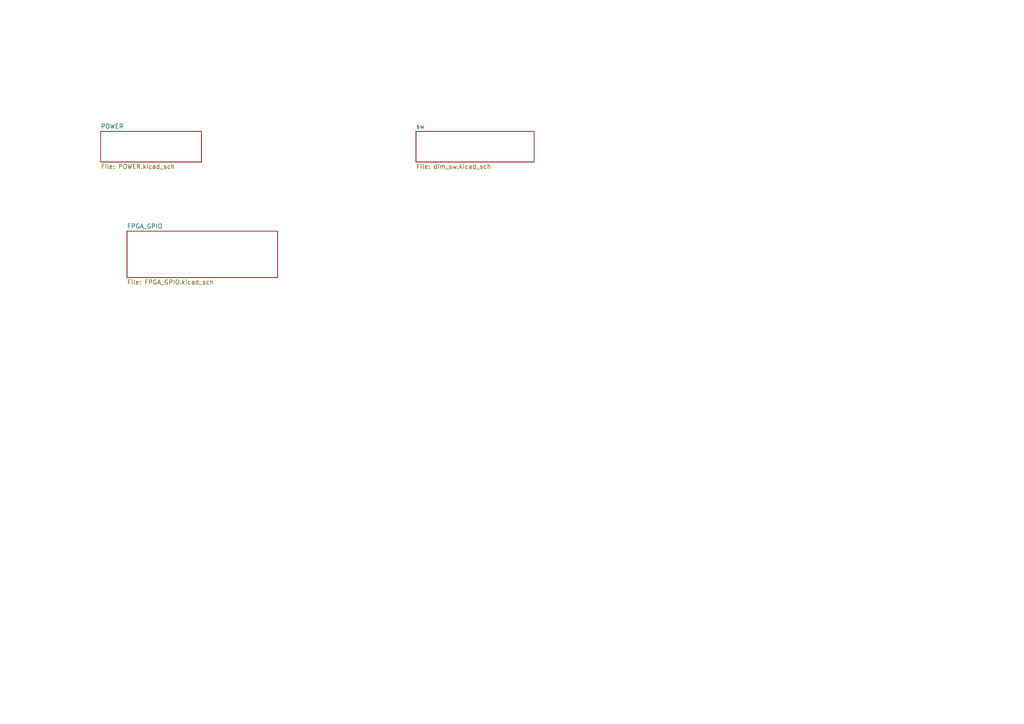
<source format=kicad_sch>
(kicad_sch
	(version 20231120)
	(generator "eeschema")
	(generator_version "8.0")
	(uuid "c0ade39b-07aa-4294-9815-09cd11b0a254")
	(paper "A4")
	(lib_symbols)
	(sheet
		(at 120.65 38.1)
		(size 34.29 8.89)
		(fields_autoplaced yes)
		(stroke
			(width 0.1524)
			(type solid)
		)
		(fill
			(color 0 0 0 0.0000)
		)
		(uuid "823440ad-5d28-460a-8ff0-b29e1795a783")
		(property "Sheetname" "sw"
			(at 120.65 37.3884 0)
			(effects
				(font
					(size 1.27 1.27)
				)
				(justify left bottom)
			)
		)
		(property "Sheetfile" "dim_sw.kicad_sch"
			(at 120.65 47.5746 0)
			(effects
				(font
					(size 1.27 1.27)
				)
				(justify left top)
			)
		)
		(instances
			(project "home_auto"
				(path "/68de2dd7-8f08-479b-94c5-c7847794fd33/0646acc6-79c1-4e67-b684-df663024146f"
					(page "79")
				)
			)
		)
	)
	(sheet
		(at 29.21 38.1)
		(size 29.21 8.89)
		(fields_autoplaced yes)
		(stroke
			(width 0.1524)
			(type solid)
		)
		(fill
			(color 0 0 0 0.0000)
		)
		(uuid "d7ced5e0-0c0c-4152-9046-c846e8f8336d")
		(property "Sheetname" "POWER"
			(at 29.21 37.3884 0)
			(effects
				(font
					(size 1.27 1.27)
				)
				(justify left bottom)
			)
		)
		(property "Sheetfile" "POWER.kicad_sch"
			(at 29.21 47.5746 0)
			(effects
				(font
					(size 1.27 1.27)
				)
				(justify left top)
			)
		)
		(instances
			(project "home_auto"
				(path "/68de2dd7-8f08-479b-94c5-c7847794fd33/0646acc6-79c1-4e67-b684-df663024146f"
					(page "4")
				)
			)
		)
	)
	(sheet
		(at 36.83 67.056)
		(size 43.688 13.462)
		(fields_autoplaced yes)
		(stroke
			(width 0.1524)
			(type solid)
		)
		(fill
			(color 0 0 0 0.0000)
		)
		(uuid "e2414220-ec84-428f-be7d-97f80e2816b2")
		(property "Sheetname" "FPGA_GPIO"
			(at 36.83 66.3444 0)
			(effects
				(font
					(size 1.27 1.27)
				)
				(justify left bottom)
			)
		)
		(property "Sheetfile" "FPGA_GPIO.kicad_sch"
			(at 36.83 81.1026 0)
			(effects
				(font
					(size 1.27 1.27)
				)
				(justify left top)
			)
		)
		(instances
			(project "home_auto"
				(path "/68de2dd7-8f08-479b-94c5-c7847794fd33/0646acc6-79c1-4e67-b684-df663024146f"
					(page "81")
				)
			)
		)
	)
)

</source>
